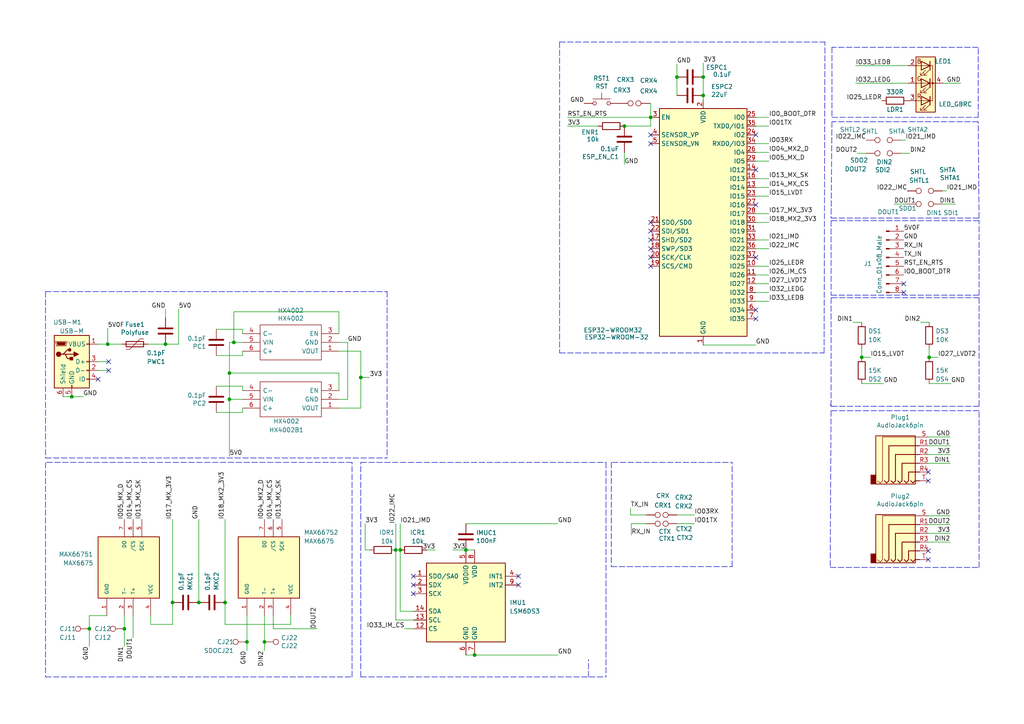
<source format=kicad_sch>
(kicad_sch (version 20211123) (generator eeschema)
  (paper "A4")
  (title_block (title "Smart Device LDAD NANO - Developer Board") (rev "5.3") (company "AeonLabs") (comment 1 "License Creative Commons 2022"))
  (lib_symbols
    (symbol "AudioJack6pin_1"
      (property "Reference" "J" (at -4.1148 11.7348 0))
      (property "Value" "AudioJack6pin_1" (at -4.1148 9.1948 0))
      (symbol "AudioJack6pin_1_0_1"
        (rectangle (start -10.2616 -4.7244) (end -11.5316 -7.2644) (stroke (width 0.254)) (fill (type outline)))
        (polyline (pts (xy 0 -6.35) (xy 0.635 -6.985) (xy 1.27 -6.35) (xy 2.54 -6.35)) (stroke (width 0.254)))
        (polyline (pts (xy -5.715 -6.35) (xy -5.08 -6.985) (xy -4.445 -6.35) (xy -4.445 1.27) (xy 2.54 1.27)) (stroke (width 0.254)))
        (polyline (pts (xy -1.905 -6.35) (xy -1.27 -6.985) (xy -0.635 -6.35) (xy -0.635 -3.81) (xy 2.54 -3.81)) (stroke (width 0.254)))
        (polyline (pts (xy 2.54 -1.27) (xy -2.54 -1.27) (xy -2.54 -6.35) (xy -3.175 -6.985) (xy -3.81 -6.35)) (stroke (width 0.254)))
        (polyline (pts (xy 2.54 3.81) (xy -6.35 3.81) (xy -6.35 -6.35) (xy -6.985 -6.985) (xy -7.62 -6.35)) (stroke (width 0.254)))
        (polyline (pts (xy 2.54 6.35) (xy -8.1788 6.35) (xy -8.2042 -6.35) (xy -8.8138 -7.0612) (xy -9.6266 -6.4008)))
        (rectangle (start 1.2954 6.6802) (end -10.1346 -7.2898) (stroke (width 0.254)) (fill (type background)))
      )
      (symbol "AudioJack6pin_1_1_1"
        (pin passive line (at 5.08 3.81 180) (length 2.54) (name "~") (number "R1"))
        (pin passive line (at 5.08 1.27 180) (length 2.54) (name "~") (number "R2"))
        (pin passive line (at 5.08 -1.27 180) (length 2.54) (name "~") (number "R3"))
        (pin passive line (at 5.08 -3.81 180) (length 2.54) (name "~") (number "R4"))
        (pin passive line (at 5.08 6.35 180) (length 2.54) (name "~") (number "S"))
        (pin passive line (at 5.08 -6.35 180) (length 2.54) (name "~") (number "T"))
      )
    )
    (symbol "AudioJack6pin_2"
      (property "Reference" "J" (at -4.1148 11.7348 0))
      (property "Value" "AudioJack6pin_2" (at -4.1148 9.1948 0))
      (symbol "AudioJack6pin_2_0_1"
        (rectangle (start -10.2616 -4.7244) (end -11.5316 -7.2644) (stroke (width 0.254)) (fill (type outline)))
        (polyline (pts (xy 0 -6.35) (xy 0.635 -6.985) (xy 1.27 -6.35) (xy 2.54 -6.35)) (stroke (width 0.254)))
        (polyline (pts (xy -5.715 -6.35) (xy -5.08 -6.985) (xy -4.445 -6.35) (xy -4.445 1.27) (xy 2.54 1.27)) (stroke (width 0.254)))
        (polyline (pts (xy -1.905 -6.35) (xy -1.27 -6.985) (xy -0.635 -6.35) (xy -0.635 -3.81) (xy 2.54 -3.81)) (stroke (width 0.254)))
        (polyline (pts (xy 2.54 -1.27) (xy -2.54 -1.27) (xy -2.54 -6.35) (xy -3.175 -6.985) (xy -3.81 -6.35)) (stroke (width 0.254)))
        (polyline (pts (xy 2.54 3.81) (xy -6.35 3.81) (xy -6.35 -6.35) (xy -6.985 -6.985) (xy -7.62 -6.35)) (stroke (width 0.254)))
        (polyline (pts (xy 2.54 6.35) (xy -8.1788 6.35) (xy -8.2042 -6.35) (xy -8.8138 -7.0612) (xy -9.6266 -6.4008)))
        (rectangle (start 1.2954 6.6802) (end -10.1346 -7.2898) (stroke (width 0.254)) (fill (type background)))
      )
      (symbol "AudioJack6pin_2_1_1"
        (pin passive line (at 5.08 3.81 180) (length 2.54) (name "~") (number "R1"))
        (pin passive line (at 5.08 1.27 180) (length 2.54) (name "~") (number "R2"))
        (pin passive line (at 5.08 -1.27 180) (length 2.54) (name "~") (number "R3"))
        (pin passive line (at 5.08 -3.81 180) (length 2.54) (name "~") (number "R4"))
        (pin passive line (at 5.08 6.35 180) (length 2.54) (name "~") (number "S"))
        (pin passive line (at 5.08 -6.35 180) (length 2.54) (name "~") (number "T"))
      )
    )
    (symbol "Connector:Conn_01x08_Male" (pin_names (offset 1.016) hide)
      (property "Reference" "J" (at 0 10.16 0))
      (property "Value" "Conn_01x08_Male" (at 0 -12.7 0))
      (symbol "Conn_01x08_Male_1_1"
        (polyline (pts (xy 1.27 -10.16) (xy 0.8636 -10.16)) (stroke (width 0.1524)))
        (polyline (pts (xy 1.27 -7.62) (xy 0.8636 -7.62)) (stroke (width 0.1524)))
        (polyline (pts (xy 1.27 -5.08) (xy 0.8636 -5.08)) (stroke (width 0.1524)))
        (polyline (pts (xy 1.27 -2.54) (xy 0.8636 -2.54)) (stroke (width 0.1524)))
        (polyline (pts (xy 1.27 0) (xy 0.8636 0)) (stroke (width 0.1524)))
        (polyline (pts (xy 1.27 2.54) (xy 0.8636 2.54)) (stroke (width 0.1524)))
        (polyline (pts (xy 1.27 5.08) (xy 0.8636 5.08)) (stroke (width 0.1524)))
        (polyline (pts (xy 1.27 7.62) (xy 0.8636 7.62)) (stroke (width 0.1524)))
        (rectangle (start 0.8636 -10.033) (end 0 -10.287) (stroke (width 0.1524)) (fill (type outline)))
        (rectangle (start 0.8636 -7.493) (end 0 -7.747) (stroke (width 0.1524)) (fill (type outline)))
        (rectangle (start 0.8636 -4.953) (end 0 -5.207) (stroke (width 0.1524)) (fill (type outline)))
        (rectangle (start 0.8636 -2.413) (end 0 -2.667) (stroke (width 0.1524)) (fill (type outline)))
        (rectangle (start 0.8636 0.127) (end 0 -0.127) (stroke (width 0.1524)) (fill (type outline)))
        (rectangle (start 0.8636 2.667) (end 0 2.413) (stroke (width 0.1524)) (fill (type outline)))
        (rectangle (start 0.8636 5.207) (end 0 4.953) (stroke (width 0.1524)) (fill (type outline)))
        (rectangle (start 0.8636 7.747) (end 0 7.493) (stroke (width 0.1524)) (fill (type outline)))
        (pin passive line (at 5.08 7.62 180) (length 3.81) (name "Pin_1") (number "1"))
        (pin passive line (at 5.08 5.08 180) (length 3.81) (name "Pin_2") (number "2"))
        (pin passive line (at 5.08 2.54 180) (length 3.81) (name "Pin_3") (number "3"))
        (pin passive line (at 5.08 0 180) (length 3.81) (name "Pin_4") (number "4"))
        (pin passive line (at 5.08 -2.54 180) (length 3.81) (name "Pin_5") (number "5"))
        (pin passive line (at 5.08 -5.08 180) (length 3.81) (name "Pin_6") (number "6"))
        (pin passive line (at 5.08 -7.62 180) (length 3.81) (name "Pin_7") (number "7"))
        (pin passive line (at 5.08 -10.16 180) (length 3.81) (name "Pin_8") (number "8"))
      )
    )
    (symbol "Connector:TestPoint" (pin_numbers hide) (pin_names (offset 0.762) hide)
      (property "Reference" "TP" (at 0 6.858 0))
      (property "Value" "TestPoint" (at 0 5.08 0))
      (symbol "TestPoint_0_1"
        (circle (center 0 3.302) (radius 0.762))
      )
      (symbol "TestPoint_1_1"
        (pin passive line (at 0 0 90) (length 2.54) (name "1") (number "1"))
      )
    )
    (symbol "Connector:USB_B_Micro" (pin_names (offset 1.016))
      (property "Reference" "J" (at -5.08 11.43 0))
      (property "Value" "USB_B_Micro" (at -5.08 8.89 0))
      (symbol "USB_B_Micro_0_1"
        (rectangle (start -5.08 -7.62) (end 5.08 7.62) (stroke (width 0.254)) (fill (type background)))
        (circle (center -3.81 2.159) (radius 0.635) (stroke (width 0.254)) (fill (type outline)))
        (circle (center -0.635 3.429) (radius 0.381) (stroke (width 0.254)) (fill (type outline)))
        (rectangle (start -0.127 -7.62) (end 0.127 -6.858))
        (polyline (pts (xy -1.905 2.159) (xy 0.635 2.159)) (stroke (width 0.254)))
        (polyline (pts (xy -3.175 2.159) (xy -2.54 2.159) (xy -1.27 3.429) (xy -0.635 3.429)) (stroke (width 0.254)))
        (polyline (pts (xy -2.54 2.159) (xy -1.905 2.159) (xy -1.27 0.889) (xy 0 0.889)) (stroke (width 0.254)))
        (polyline (pts (xy 0.635 2.794) (xy 0.635 1.524) (xy 1.905 2.159) (xy 0.635 2.794)) (stroke (width 0.254)) (fill (type outline)))
        (polyline (pts (xy -4.318 5.588) (xy -1.778 5.588) (xy -2.032 4.826) (xy -4.064 4.826) (xy -4.318 5.588)) (fill (type outline)))
        (polyline (pts (xy -4.699 5.842) (xy -4.699 5.588) (xy -4.445 4.826) (xy -4.445 4.572) (xy -1.651 4.572) (xy -1.651 4.826) (xy -1.397 5.588) (xy -1.397 5.842) (xy -4.699 5.842)))
        (rectangle (start 0.254 1.27) (end -0.508 0.508) (stroke (width 0.254)) (fill (type outline)))
        (rectangle (start 5.08 -5.207) (end 4.318 -4.953))
        (rectangle (start 5.08 -2.667) (end 4.318 -2.413))
        (rectangle (start 5.08 -0.127) (end 4.318 0.127))
        (rectangle (start 5.08 4.953) (end 4.318 5.207))
      )
      (symbol "USB_B_Micro_1_1"
        (pin power_out line (at 7.62 5.08 180) (length 2.54) (name "VBUS") (number "1"))
        (pin bidirectional line (at 7.62 -2.54 180) (length 2.54) (name "D-") (number "2"))
        (pin bidirectional line (at 7.62 0 180) (length 2.54) (name "D+") (number "3"))
        (pin passive line (at 7.62 -5.08 180) (length 2.54) (name "ID") (number "4"))
        (pin power_out line (at 0 -10.16 90) (length 2.54) (name "GND") (number "5"))
        (pin passive line (at -2.54 -10.16 90) (length 2.54) (name "Shield") (number "6"))
      )
    )
    (symbol "Device:C" (pin_numbers hide) (pin_names (offset 0.254))
      (property "Reference" "C" (at 0.635 2.54 0))
      (property "Value" "C" (at 0.635 -2.54 0))
      (symbol "C_0_1"
        (polyline (pts (xy -2.032 -0.762) (xy 2.032 -0.762)) (stroke (width 0.508)))
        (polyline (pts (xy -2.032 0.762) (xy 2.032 0.762)) (stroke (width 0.508)))
      )
      (symbol "C_1_1"
        (pin passive line (at 0 3.81 270) (length 2.794) (name "~") (number "1"))
        (pin passive line (at 0 -3.81 90) (length 2.794) (name "~") (number "2"))
      )
    )
    (symbol "Device:Polyfuse" (pin_numbers hide) (pin_names (offset 0))
      (property "Reference" "F" (at -2.54 0 90))
      (property "Value" "Polyfuse" (at 2.54 0 90))
      (symbol "Polyfuse_0_1"
        (rectangle (start -0.762 2.54) (end 0.762 -2.54) (stroke (width 0.254)))
        (polyline (pts (xy 0 2.54) (xy 0 -2.54)))
        (polyline (pts (xy -1.524 2.54) (xy -1.524 1.524) (xy 1.524 -1.524) (xy 1.524 -2.54)))
      )
      (symbol "Polyfuse_1_1"
        (pin passive line (at 0 3.81 270) (length 1.27) (name "~") (number "1"))
        (pin passive line (at 0 -3.81 90) (length 1.27) (name "~") (number "2"))
      )
    )
    (symbol "Device:R" (pin_numbers hide) (pin_names (offset 0))
      (property "Reference" "R" (at 2.032 0 90))
      (property "Value" "R" (at 0 0 90))
      (symbol "R_0_1"
        (rectangle (start -1.016 -2.54) (end 1.016 2.54) (stroke (width 0.254)))
      )
      (symbol "R_1_1"
        (pin passive line (at 0 3.81 270) (length 1.27) (name "~") (number "1"))
        (pin passive line (at 0 -3.81 90) (length 1.27) (name "~") (number "2"))
      )
    )
    (symbol "HX4002_1" (pin_names (offset 0.762))
      (property "Reference" "IC" (at 24.13 7.62 0))
      (property "Value" "HX4002_1" (at 24.13 5.08 0))
      (symbol "HX4002_1_0_0"
        (pin passive line (at 0 0 0) (length 5.08) (name "VOUT") (number "1"))
        (pin passive line (at 0 -2.54 0) (length 5.08) (name "GND") (number "2"))
        (pin passive line (at 0 -5.08 0) (length 5.08) (name "EN") (number "3"))
        (pin passive line (at 27.94 -5.08 180) (length 5.08) (name "C-") (number "4"))
        (pin passive line (at 27.94 -2.54 180) (length 5.08) (name "VIN") (number "5"))
        (pin passive line (at 27.94 0 180) (length 5.08) (name "C+") (number "6"))
      )
      (symbol "HX4002_1_0_1"
        (polyline (pts (xy 5.08 2.54) (xy 22.86 2.54) (xy 22.86 -7.62) (xy 5.08 -7.62) (xy 5.08 2.54)) (stroke (width 0.1524)))
      )
    )
    (symbol "HX4002_2" (pin_names (offset 0.762))
      (property "Reference" "IC" (at 24.13 7.62 0))
      (property "Value" "HX4002_2" (at 24.13 5.08 0))
      (symbol "HX4002_2_0_0"
        (pin passive line (at 0 0 0) (length 5.08) (name "VOUT") (number "1"))
        (pin passive line (at 0 -2.54 0) (length 5.08) (name "GND") (number "2"))
        (pin passive line (at 0 -5.08 0) (length 5.08) (name "EN") (number "3"))
        (pin passive line (at 27.94 -5.08 180) (length 5.08) (name "C-") (number "4"))
        (pin passive line (at 27.94 -2.54 180) (length 5.08) (name "VIN") (number "5"))
        (pin passive line (at 27.94 0 180) (length 5.08) (name "C+") (number "6"))
      )
      (symbol "HX4002_2_0_1"
        (polyline (pts (xy 5.08 2.54) (xy 22.86 2.54) (xy 22.86 -7.62) (xy 5.08 -7.62) (xy 5.08 2.54)) (stroke (width 0.1524)))
      )
    )
    (symbol "LED_GBRC_1" (pin_names (offset 0) hide)
      (property "Reference" "D" (at 0 9.398 0))
      (property "Value" "LED_GBRC_1" (at 0 -8.89 0))
      (symbol "LED_GBRC_1_0_0"
        (text "B" (at 1.905 -6.35 0) (effects (font (size 1.27 1.27))))
        (text "G" (at 1.905 -1.27 0) (effects (font (size 1.27 1.27))))
        (text "R" (at 1.905 3.81 0) (effects (font (size 1.27 1.27))))
      )
      (symbol "LED_GBRC_1_0_1"
        (circle (center -2.032 0) (radius 0.254) (fill (type outline)))
        (polyline (pts (xy -1.27 -5.08) (xy 1.27 -5.08)))
        (polyline (pts (xy -1.27 -3.81) (xy -1.27 -6.35)) (stroke (width 0.254)))
        (polyline (pts (xy -1.27 0) (xy -2.54 0)))
        (polyline (pts (xy -1.27 1.27) (xy -1.27 -1.27)) (stroke (width 0.254)))
        (polyline (pts (xy -1.27 5.08) (xy 1.27 5.08)))
        (polyline (pts (xy -1.27 6.35) (xy -1.27 3.81)) (stroke (width 0.254)))
        (polyline (pts (xy 1.27 -5.08) (xy 2.54 -5.08)))
        (polyline (pts (xy 1.27 0) (xy -1.27 0)))
        (polyline (pts (xy 1.27 0) (xy 2.54 0)))
        (polyline (pts (xy 1.27 5.08) (xy 2.54 5.08)))
        (polyline (pts (xy -1.27 1.27) (xy -1.27 -1.27) (xy -1.27 -1.27)))
        (polyline (pts (xy -1.27 6.35) (xy -1.27 3.81) (xy -1.27 3.81)))
        (polyline (pts (xy -1.27 5.08) (xy -2.032 5.08) (xy -2.032 -5.08) (xy -1.016 -5.08)))
        (polyline (pts (xy 1.27 -3.81) (xy 1.27 -6.35) (xy -1.27 -5.08) (xy 1.27 -3.81)) (stroke (width 0.254)))
        (polyline (pts (xy 1.27 1.27) (xy 1.27 -1.27) (xy -1.27 0) (xy 1.27 1.27)) (stroke (width 0.254)))
        (polyline (pts (xy 1.27 6.35) (xy 1.27 3.81) (xy -1.27 5.08) (xy 1.27 6.35)) (stroke (width 0.254)))
        (polyline (pts (xy -1.016 -3.81) (xy 0.508 -2.286) (xy -0.254 -2.286) (xy 0.508 -2.286) (xy 0.508 -3.048)))
        (polyline (pts (xy -1.016 1.27) (xy 0.508 2.794) (xy -0.254 2.794) (xy 0.508 2.794) (xy 0.508 2.032)))
        (polyline (pts (xy -1.016 6.35) (xy 0.508 7.874) (xy -0.254 7.874) (xy 0.508 7.874) (xy 0.508 7.112)))
        (polyline (pts (xy 0 -3.81) (xy 1.524 -2.286) (xy 0.762 -2.286) (xy 1.524 -2.286) (xy 1.524 -3.048)))
        (polyline (pts (xy 0 1.27) (xy 1.524 2.794) (xy 0.762 2.794) (xy 1.524 2.794) (xy 1.524 2.032)))
        (polyline (pts (xy 0 6.35) (xy 1.524 7.874) (xy 0.762 7.874) (xy 1.524 7.874) (xy 1.524 7.112)))
        (rectangle (start 1.27 -1.27) (end 1.27 1.27))
        (rectangle (start 1.27 1.27) (end 1.27 1.27))
        (rectangle (start 1.27 3.81) (end 1.27 6.35))
        (rectangle (start 1.27 6.35) (end 1.27 6.35))
        (rectangle (start 2.794 8.382) (end -2.794 -7.62) (stroke (width 0.254)) (fill (type background)))
      )
      (symbol "LED_GBRC_1_1_1"
        (pin passive line (at 5.08 0 180) (length 2.54) (name "GA") (number "1"))
        (pin passive line (at 5.08 -5.08 180) (length 2.54) (name "BA") (number "2"))
        (pin passive line (at 5.08 5.08 180) (length 2.54) (name "RA") (number "3"))
        (pin passive line (at -5.08 0 0) (length 2.54) (name "K") (number "4"))
      )
    )
    (symbol "MAX6675:MAX6675" (pin_names (offset 1.016))
      (property "Reference" "IC" (at 10.16 7.62 0))
      (property "Value" "MAX6675_MAX6675" (at -7.62 -15.24 0))
      (symbol "MAX6675_0_0"
        (rectangle (start -7.62 -12.7) (end 10.16 5.08) (stroke (width 0.254)) (fill (type background)))
        (pin power_in line (at -12.7 2.54 0) (length 5.08) (name "GND") (number "1"))
        (pin input line (at -12.7 -2.54 0) (length 5.08) (name "T-") (number "2"))
        (pin input line (at -12.7 -5.08 0) (length 5.08) (name "T+") (number "3"))
        (pin power_in line (at -12.7 -10.16 0) (length 5.08) (name "VCC") (number "4"))
        (pin input line (at 15.24 -7.62 180) (length 5.08) (name "SCK") (number "5"))
        (pin input line (at 15.24 -5.08 180) (length 5.08) (name "/CS") (number "6"))
        (pin output line (at 15.24 -2.54 180) (length 5.08) (name "DO") (number "7"))
      )
    )
    (symbol "RF_Module:ESP32-WROOM-32"
      (property "Reference" "U" (at -12.7 34.29 0))
      (property "Value" "ESP32-WROOM-32" (at 1.27 34.29 0))
      (symbol "ESP32-WROOM-32_0_1"
        (rectangle (start -12.7 33.02) (end 12.7 -33.02) (stroke (width 0.254)) (fill (type background)))
      )
      (symbol "ESP32-WROOM-32_1_1"
        (pin power_in line (at 0 -35.56 90) (length 2.54) (name "GND") (number "1"))
        (pin bidirectional line (at 15.24 -12.7 180) (length 2.54) (name "IO25") (number "10"))
        (pin bidirectional line (at 15.24 -15.24 180) (length 2.54) (name "IO26") (number "11"))
        (pin bidirectional line (at 15.24 -17.78 180) (length 2.54) (name "IO27") (number "12"))
        (pin bidirectional line (at 15.24 10.16 180) (length 2.54) (name "IO14") (number "13"))
        (pin bidirectional line (at 15.24 15.24 180) (length 2.54) (name "IO12") (number "14"))
        (pin passive line (at 0 -35.56 90) (length 2.54) hide (name "GND") (number "15"))
        (pin bidirectional line (at 15.24 12.7 180) (length 2.54) (name "IO13") (number "16"))
        (pin bidirectional line (at -15.24 -5.08 0) (length 2.54) (name "SHD/SD2") (number "17"))
        (pin bidirectional line (at -15.24 -7.62 0) (length 2.54) (name "SWP/SD3") (number "18"))
        (pin bidirectional line (at -15.24 -12.7 0) (length 2.54) (name "SCS/CMD") (number "19"))
        (pin power_in line (at 0 35.56 270) (length 2.54) (name "VDD") (number "2"))
        (pin bidirectional line (at -15.24 -10.16 0) (length 2.54) (name "SCK/CLK") (number "20"))
        (pin bidirectional line (at -15.24 0 0) (length 2.54) (name "SDO/SD0") (number "21"))
        (pin bidirectional line (at -15.24 -2.54 0) (length 2.54) (name "SDI/SD1") (number "22"))
        (pin bidirectional line (at 15.24 7.62 180) (length 2.54) (name "IO15") (number "23"))
        (pin bidirectional line (at 15.24 25.4 180) (length 2.54) (name "IO2") (number "24"))
        (pin bidirectional line (at 15.24 30.48 180) (length 2.54) (name "IO0") (number "25"))
        (pin bidirectional line (at 15.24 20.32 180) (length 2.54) (name "IO4") (number "26"))
        (pin bidirectional line (at 15.24 5.08 180) (length 2.54) (name "IO16") (number "27"))
        (pin bidirectional line (at 15.24 2.54 180) (length 2.54) (name "IO17") (number "28"))
        (pin bidirectional line (at 15.24 17.78 180) (length 2.54) (name "IO5") (number "29"))
        (pin input line (at -15.24 30.48 0) (length 2.54) (name "EN") (number "3"))
        (pin bidirectional line (at 15.24 0 180) (length 2.54) (name "IO18") (number "30"))
        (pin bidirectional line (at 15.24 -2.54 180) (length 2.54) (name "IO19") (number "31"))
        (pin no_connect line (at -12.7 -27.94 0) (length 2.54) hide (name "NC") (number "32"))
        (pin bidirectional line (at 15.24 -5.08 180) (length 2.54) (name "IO21") (number "33"))
        (pin bidirectional line (at 15.24 22.86 180) (length 2.54) (name "RXD0/IO3") (number "34"))
        (pin bidirectional line (at 15.24 27.94 180) (length 2.54) (name "TXD0/IO1") (number "35"))
        (pin bidirectional line (at 15.24 -7.62 180) (length 2.54) (name "IO22") (number "36"))
        (pin bidirectional line (at 15.24 -10.16 180) (length 2.54) (name "IO23") (number "37"))
        (pin passive line (at 0 -35.56 90) (length 2.54) hide (name "GND") (number "38"))
        (pin passive line (at 0 -35.56 90) (length 2.54) hide (name "GND") (number "39"))
        (pin input line (at -15.24 25.4 0) (length 2.54) (name "SENSOR_VP") (number "4"))
        (pin input line (at -15.24 22.86 0) (length 2.54) (name "SENSOR_VN") (number "5"))
        (pin input line (at 15.24 -25.4 180) (length 2.54) (name "IO34") (number "6"))
        (pin input line (at 15.24 -27.94 180) (length 2.54) (name "IO35") (number "7"))
        (pin bidirectional line (at 15.24 -20.32 180) (length 2.54) (name "IO32") (number "8"))
        (pin bidirectional line (at 15.24 -22.86 180) (length 2.54) (name "IO33") (number "9"))
      )
    )
    (symbol "Sensor_Motion:LSM6DS3"
      (property "Reference" "U" (at -11.43 15.24 0))
      (property "Value" "LSM6DS3" (at -11.43 12.7 0))
      (symbol "LSM6DS3_0_1"
        (rectangle (start 11.43 11.43) (end -11.43 -11.43) (stroke (width 0.254)) (fill (type background)))
      )
      (symbol "LSM6DS3_1_1"
        (pin bidirectional line (at -15.24 7.62 0) (length 3.81) (name "SDO/SA0") (number "1"))
        (pin no_connect line (at 10.16 -5.08 180) (length 3.81) hide (name "NC") (number "10"))
        (pin no_connect line (at 10.16 -2.54 180) (length 3.81) hide (name "NC") (number "11"))
        (pin input line (at -15.24 -7.62 0) (length 3.81) (name "CS") (number "12"))
        (pin input line (at -15.24 -5.08 0) (length 3.81) (name "SCL") (number "13"))
        (pin bidirectional line (at -15.24 -2.54 0) (length 3.81) (name "SDA") (number "14"))
        (pin bidirectional line (at -15.24 5.08 0) (length 3.81) (name "SDX") (number "2"))
        (pin input line (at -15.24 2.54 0) (length 3.81) (name "SCX") (number "3"))
        (pin output line (at 15.24 7.62 180) (length 3.81) (name "INT1") (number "4"))
        (pin power_in line (at 0 15.24 270) (length 3.81) (name "VDDIO") (number "5"))
        (pin power_in line (at 0 -15.24 90) (length 3.81) (name "GND") (number "6"))
        (pin power_in line (at 2.54 -15.24 90) (length 3.81) (name "GND") (number "7"))
        (pin power_in line (at 2.54 15.24 270) (length 3.81) (name "VDD") (number "8"))
        (pin output line (at 15.24 5.08 180) (length 3.81) (name "INT2") (number "9"))
      )
    )
    (symbol "Switch:SW_Push" (pin_numbers hide) (pin_names (offset 1.016) hide)
      (property "Reference" "SW" (at 1.27 2.54 0))
      (property "Value" "SW_Push" (at 0 -1.524 0))
      (symbol "SW_Push_0_1"
        (circle (center -2.032 0) (radius 0.508))
        (polyline (pts (xy 0 1.27) (xy 0 3.048)))
        (polyline (pts (xy 2.54 1.27) (xy -2.54 1.27)))
        (circle (center 2.032 0) (radius 0.508))
        (pin passive line (at -5.08 0 0) (length 2.54) (name "1") (number "1"))
        (pin passive line (at 5.08 0 180) (length 2.54) (name "2") (number "2"))
      )
    )
  )
  (junction (at 114.808 159.512))
  (junction (at 36.068 182.372))
  (junction (at 104.648 109.474))
  (junction (at 20.828 115.062))
  (junction (at 203.962 22.352))
  (junction (at 116.078 159.512))
  (junction (at 66.548 108.204))
  (junction (at 25.908 182.372))
  (junction (at 188.722 34.036))
  (junction (at 67.818 99.314))
  (junction (at 249.936 103.632))
  (junction (at 181.102 36.576))
  (junction (at 196.342 22.352))
  (junction (at 269.494 103.632))
  (junction (at 50.038 174.752))
  (junction (at 203.962 27.686))
  (junction (at 71.628 186.182))
  (junction (at 31.242 99.822))
  (junction (at 66.548 115.824))
  (junction (at 57.658 174.752))
  (junction (at 135.128 159.512))
  (junction (at 137.668 189.992))
  (junction (at 65.278 174.752))
  (junction (at 76.708 186.182))
  (junction (at 48.006 99.822))
  (no_connect (at 188.722 64.516))
  (no_connect (at 188.722 77.216))
  (no_connect (at 119.888 167.132))
  (no_connect (at 219.202 39.116))
  (no_connect (at 188.722 72.136))
  (no_connect (at 269.24 139.446))
  (no_connect (at 269.24 162.306))
  (no_connect (at 269.24 136.906))
  (no_connect (at 188.722 74.676))
  (no_connect (at 219.202 74.676))
  (no_connect (at 262.128 82.296))
  (no_connect (at 262.128 84.836))
  (no_connect (at 188.722 69.596))
  (no_connect (at 150.368 167.132))
  (no_connect (at 269.24 159.766))
  (no_connect (at 119.888 172.212))
  (no_connect (at 119.888 169.672))
  (no_connect (at 219.202 92.456))
  (no_connect (at 219.202 89.916))
  (no_connect (at 31.496 104.902))
  (no_connect (at 31.496 107.442))
  (no_connect (at 188.722 67.056))
  (no_connect (at 188.722 41.656))
  (no_connect (at 188.722 39.116))
  (no_connect (at 28.448 109.982))
  (no_connect (at 219.202 59.436))
  (no_connect (at 150.368 169.672))
  (no_connect (at 219.202 49.276))
  (wire (pts (xy 70.358 112.014) (xy 62.738 112.014)))
  (polyline (pts (xy 162.306 12.192) (xy 239.268 12.192)))
  (wire (pts (xy 196.342 151.892) (xy 201.422 151.892)))
  (wire (pts (xy 48.006 92.202) (xy 48.006 89.662)))
  (wire (pts (xy 269.24 154.686) (xy 275.59 154.686)))
  (wire (pts (xy 65.278 150.622) (xy 65.278 174.752)))
  (wire (pts (xy 135.128 159.512) (xy 131.318 159.512)))
  (wire (pts (xy 100.838 99.314) (xy 100.838 115.824)))
  (polyline (pts (xy 177.292 134.112) (xy 177.292 164.338)))
  (wire (pts (xy 203.962 27.686) (xy 203.962 28.956)))
  (wire (pts (xy 263.906 44.45) (xy 261.366 44.45)))
  (wire (pts (xy 104.648 109.474) (xy 104.648 118.364)))
  (polyline (pts (xy 241.3 13.716) (xy 241.3 34.036)))
  (wire (pts (xy 269.24 131.826) (xy 275.59 131.826)))
  (polyline (pts (xy 241.046 85.598) (xy 283.972 85.598)))
  (wire (pts (xy 30.988 178.562) (xy 25.908 178.562)))
  (wire (pts (xy 269.24 126.746) (xy 275.59 126.746)))
  (polyline (pts (xy 177.546 134.112) (xy 212.344 134.112)))
  (wire (pts (xy 20.828 115.062) (xy 24.13 115.062)))
  (wire (pts (xy 107.188 109.474) (xy 104.648 109.474)))
  (polyline (pts (xy 170.688 196.342) (xy 170.688 191.262)))
  (wire (pts (xy 263.398 19.05) (xy 248.158 19.05)))
  (wire (pts (xy 269.24 149.606) (xy 275.59 149.606)))
  (wire (pts (xy 76.708 178.562) (xy 76.708 186.182)))
  (wire (pts (xy 100.838 115.824) (xy 98.298 115.824)))
  (polyline (pts (xy 240.792 164.592) (xy 283.972 164.592)))
  (wire (pts (xy 219.202 87.376) (xy 223.012 87.376)))
  (wire (pts (xy 248.158 24.13) (xy 263.398 24.13)))
  (polyline (pts (xy 177.292 164.338) (xy 212.344 164.338)))
  (wire (pts (xy 57.658 150.622) (xy 57.658 174.752)))
  (wire (pts (xy 70.358 118.364) (xy 70.358 119.634)))
  (wire (pts (xy 31.496 104.902) (xy 28.448 104.902)))
  (polyline (pts (xy 13.208 134.112) (xy 13.208 196.342)))
  (wire (pts (xy 43.688 181.102) (xy 43.688 178.562)))
  (wire (pts (xy 182.88 149.352) (xy 187.452 149.352)))
  (wire (pts (xy 31.496 107.442) (xy 28.448 107.442)))
  (wire (pts (xy 66.548 115.824) (xy 66.548 108.204)))
  (wire (pts (xy 203.962 22.352) (xy 203.962 27.686)))
  (wire (pts (xy 84.328 181.102) (xy 84.328 178.562)))
  (wire (pts (xy 71.628 178.562) (xy 71.628 186.182)))
  (wire (pts (xy 219.202 77.216) (xy 223.012 77.216)))
  (polyline (pts (xy 283.972 63.246) (xy 283.718 35.306)))
  (polyline (pts (xy 283.718 34.036) (xy 283.718 13.716)))
  (wire (pts (xy 35.306 99.822) (xy 31.242 99.822)))
  (wire (pts (xy 25.908 182.372) (xy 25.908 187.452)))
  (wire (pts (xy 248.666 44.45) (xy 251.206 44.45)))
  (wire (pts (xy 66.548 115.824) (xy 66.548 132.334)))
  (wire (pts (xy 219.202 79.756) (xy 223.012 79.756)))
  (polyline (pts (xy 241.046 64.008) (xy 241.046 85.598)))
  (wire (pts (xy 135.128 151.892) (xy 161.798 151.892)))
  (wire (pts (xy 269.494 103.632) (xy 272.034 103.632)))
  (wire (pts (xy 71.628 186.182) (xy 71.628 188.722)))
  (polyline (pts (xy 283.972 64.008) (xy 241.046 64.008)))
  (wire (pts (xy 51.816 89.662) (xy 51.816 99.822)))
  (wire (pts (xy 196.342 22.352) (xy 196.342 27.686)))
  (wire (pts (xy 249.936 93.472) (xy 247.396 93.472)))
  (wire (pts (xy 43.688 181.102) (xy 50.038 181.102)))
  (wire (pts (xy 269.24 134.366) (xy 275.59 134.366)))
  (wire (pts (xy 36.068 182.372) (xy 36.068 187.452)))
  (wire (pts (xy 188.722 29.972) (xy 188.468 29.972)))
  (wire (pts (xy 105.918 151.892) (xy 105.918 159.512)))
  (wire (pts (xy 67.818 99.314) (xy 70.358 99.314)))
  (polyline (pts (xy 283.972 86.36) (xy 241.046 86.36)))
  (wire (pts (xy 188.722 34.036) (xy 188.722 29.972)))
  (polyline (pts (xy 241.046 86.36) (xy 241.046 117.856)))
  (polyline (pts (xy 283.972 119.126) (xy 241.046 119.126)))
  (wire (pts (xy 273.304 59.182) (xy 277.114 59.182)))
  (polyline (pts (xy 102.108 196.342) (xy 102.108 134.112)))
  (wire (pts (xy 203.962 18.288) (xy 203.962 22.352)))
  (polyline (pts (xy 241.3 35.306) (xy 241.046 63.246)))
  (wire (pts (xy 219.202 41.656) (xy 223.012 41.656)))
  (wire (pts (xy 79.248 182.372) (xy 91.948 182.372)))
  (polyline (pts (xy 240.792 117.348) (xy 241.046 117.856)))
  (wire (pts (xy 219.202 46.736) (xy 223.012 46.736)))
  (wire (pts (xy 269.24 157.226) (xy 275.59 157.226)))
  (wire (pts (xy 116.078 159.512) (xy 116.078 151.892)))
  (wire (pts (xy 183.134 151.892) (xy 187.452 151.892)))
  (wire (pts (xy 183.134 151.892) (xy 183.134 155.194)))
  (wire (pts (xy 98.298 108.204) (xy 98.298 113.284)))
  (wire (pts (xy 66.548 99.314) (xy 67.818 99.314)))
  (polyline (pts (xy 283.718 35.306) (xy 241.3 35.306)))
  (wire (pts (xy 219.202 54.356) (xy 223.012 54.356)))
  (wire (pts (xy 196.342 149.352) (xy 201.422 149.352)))
  (wire (pts (xy 181.102 44.196) (xy 181.102 47.752)))
  (wire (pts (xy 48.006 99.822) (xy 51.816 99.822)))
  (wire (pts (xy 31.242 95.25) (xy 31.242 99.822)))
  (wire (pts (xy 104.648 101.854) (xy 104.648 109.474)))
  (wire (pts (xy 269.24 152.146) (xy 275.59 152.146)))
  (polyline (pts (xy 283.718 13.716) (xy 241.3 13.716)))
  (polyline (pts (xy 241.046 63.246) (xy 283.972 63.246)))
  (wire (pts (xy 105.918 159.512) (xy 107.188 159.512)))
  (polyline (pts (xy 283.972 85.598) (xy 283.972 64.008)))
  (wire (pts (xy 119.888 177.292) (xy 116.078 177.292)))
  (wire (pts (xy 137.668 189.992) (xy 135.128 189.992)))
  (wire (pts (xy 261.366 40.64) (xy 262.636 40.64)))
  (wire (pts (xy 164.592 34.036) (xy 188.722 34.036)))
  (wire (pts (xy 119.888 179.832) (xy 114.808 179.832)))
  (wire (pts (xy 249.936 101.092) (xy 249.936 103.632)))
  (wire (pts (xy 123.698 159.512) (xy 126.238 159.512)))
  (wire (pts (xy 219.202 56.896) (xy 223.012 56.896)))
  (wire (pts (xy 219.202 84.836) (xy 223.012 84.836)))
  (wire (pts (xy 219.202 72.136) (xy 223.012 72.136)))
  (wire (pts (xy 188.722 34.036) (xy 188.722 36.576)))
  (polyline (pts (xy 104.648 196.342) (xy 104.648 134.112)))
  (polyline (pts (xy 13.208 84.582) (xy 13.208 132.842)))
  (wire (pts (xy 70.358 103.124) (xy 62.738 103.124)))
  (wire (pts (xy 76.708 186.182) (xy 76.708 188.722)))
  (wire (pts (xy 219.202 64.516) (xy 223.012 64.516)))
  (wire (pts (xy 104.648 118.364) (xy 98.298 118.364)))
  (wire (pts (xy 18.288 115.062) (xy 20.828 115.062)))
  (wire (pts (xy 65.278 181.102) (xy 84.328 181.102)))
  (wire (pts (xy 114.808 159.512) (xy 114.808 151.892)))
  (polyline (pts (xy 162.306 12.192) (xy 162.306 102.362)))
  (wire (pts (xy 269.494 93.472) (xy 266.954 93.472)))
  (wire (pts (xy 219.202 34.036) (xy 223.012 34.036)))
  (wire (pts (xy 249.936 103.632) (xy 252.476 103.632)))
  (wire (pts (xy 70.358 101.854) (xy 70.358 103.124)))
  (polyline (pts (xy 13.208 196.342) (xy 102.108 196.342)))
  (wire (pts (xy 182.88 147.32) (xy 182.88 149.352)))
  (wire (pts (xy 273.304 55.372) (xy 274.574 55.372)))
  (wire (pts (xy 116.078 177.292) (xy 116.078 159.512)))
  (polyline (pts (xy 104.648 196.342) (xy 175.768 196.342)))
  (wire (pts (xy 50.038 150.622) (xy 50.038 174.752)))
  (polyline (pts (xy 112.268 84.582) (xy 112.268 132.842)))
  (wire (pts (xy 67.818 99.314) (xy 67.818 90.424)))
  (polyline (pts (xy 283.972 117.856) (xy 240.792 117.856)))
  (wire (pts (xy 66.548 108.204) (xy 98.298 108.204)))
  (wire (pts (xy 269.494 101.092) (xy 269.494 103.632)))
  (polyline (pts (xy 175.768 134.112) (xy 175.768 196.342)))
  (wire (pts (xy 219.202 36.576) (xy 223.012 36.576)))
  (wire (pts (xy 269.494 111.252) (xy 275.844 111.252)))
  (wire (pts (xy 70.358 96.774) (xy 70.358 95.504)))
  (polyline (pts (xy 239.014 102.362) (xy 239.268 12.192)))
  (polyline (pts (xy 241.046 119.126) (xy 240.792 164.592)))
  (wire (pts (xy 65.278 174.752) (xy 65.278 181.102)))
  (polyline (pts (xy 13.208 132.842) (xy 112.268 132.842)))
  (wire (pts (xy 70.358 95.504) (xy 62.738 95.504)))
  (polyline (pts (xy 212.344 164.338) (xy 212.344 134.112)))
  (wire (pts (xy 164.592 36.576) (xy 173.482 36.576)))
  (wire (pts (xy 219.202 51.816) (xy 223.012 51.816)))
  (wire (pts (xy 137.668 159.512) (xy 135.128 159.512)))
  (wire (pts (xy 67.818 90.424) (xy 98.298 90.424)))
  (polyline (pts (xy 241.3 34.036) (xy 283.718 34.036)))
  (wire (pts (xy 70.358 113.284) (xy 70.358 112.014)))
  (wire (pts (xy 219.202 44.196) (xy 223.012 44.196)))
  (polyline (pts (xy 162.306 102.362) (xy 239.014 102.362)))
  (wire (pts (xy 98.298 90.424) (xy 98.298 96.774)))
  (wire (pts (xy 79.248 178.562) (xy 79.248 182.372)))
  (wire (pts (xy 269.24 129.286) (xy 275.59 129.286)))
  (wire (pts (xy 31.242 99.822) (xy 28.448 99.822)))
  (wire (pts (xy 114.808 179.832) (xy 114.808 159.512)))
  (wire (pts (xy 119.888 182.372) (xy 117.348 182.372)))
  (wire (pts (xy 203.962 100.076) (xy 219.202 100.076)))
  (wire (pts (xy 66.548 108.204) (xy 66.548 99.314)))
  (polyline (pts (xy 13.208 84.582) (xy 112.268 84.582)))
  (wire (pts (xy 42.926 99.822) (xy 48.006 99.822)))
  (wire (pts (xy 219.202 82.296) (xy 223.012 82.296)))
  (wire (pts (xy 196.342 18.542) (xy 196.342 22.352)))
  (wire (pts (xy 25.908 178.562) (xy 25.908 182.372)))
  (wire (pts (xy 70.358 115.824) (xy 66.548 115.824)))
  (wire (pts (xy 188.722 36.576) (xy 181.102 36.576)))
  (polyline (pts (xy 102.108 134.112) (xy 13.208 134.112)))
  (wire (pts (xy 70.358 119.634) (xy 62.738 119.634)))
  (wire (pts (xy 263.144 59.182) (xy 259.334 59.182)))
  (wire (pts (xy 219.202 69.596) (xy 223.012 69.596)))
  (wire (pts (xy 36.068 178.562) (xy 36.068 182.372)))
  (wire (pts (xy 219.202 61.976) (xy 223.012 61.976)))
  (wire (pts (xy 249.936 111.252) (xy 256.286 111.252)))
  (polyline (pts (xy 283.972 164.592) (xy 283.972 119.126)))
  (wire (pts (xy 98.298 99.314) (xy 100.838 99.314)))
  (wire (pts (xy 98.298 101.854) (xy 104.648 101.854)))
  (polyline (pts (xy 104.648 134.112) (xy 175.768 134.112)))
  (wire (pts (xy 273.558 24.13) (xy 278.638 24.13)))
  (wire (pts (xy 50.038 174.752) (xy 50.038 181.102)))
  (polyline (pts (xy 283.972 86.36) (xy 283.972 117.856)))
  (wire (pts (xy 38.608 178.562) (xy 38.608 184.912)))
  (wire (pts (xy 137.668 189.992) (xy 161.798 189.992)))
  (label "IO21_IMD" (at 262.636 40.64 0))
  (label "GND" (at 100.838 99.314 0))
  (label "IO13_MX_SK" (at 41.148 150.622 90))
  (label "GND" (at 219.202 100.076 0))
  (label "GND" (at 57.658 150.622 90))
  (label "GND" (at 278.638 24.13 180))
  (label "DOUT2" (at 248.666 44.45 180))
  (label "IO01TX" (at 201.422 151.892 0))
  (label "IO33_LEDB" (at 248.158 19.05 0))
  (label "GND" (at 24.13 115.062 0))
  (label "GND" (at 196.342 18.542 0))
  (label "DIN2" (at 263.906 44.45 0))
  (label "IO22_IMC" (at 223.012 72.136 0))
  (label "5V0" (at 66.548 132.334 0))
  (label "GND" (at 169.418 29.972 180))
  (label "DIN2" (at 266.954 93.472 180))
  (label "RST_EN_RTS" (at 164.592 34.036 0))
  (label "GND" (at 25.908 187.452 270))
  (label "IO32_LEDG" (at 223.012 84.836 0))
  (label "RST_EN_RTS" (at 262.128 77.216 0))
  (label "IO33_IM_CS" (at 117.348 182.372 180))
  (label "GND" (at 275.59 126.746 180))
  (label "IO0_BOOT_DTR" (at 262.128 79.756 0))
  (label "IO22_IMC" (at 251.206 40.64 180))
  (label "IO18_MX2_3V3" (at 65.278 150.622 90))
  (label "GND" (at 161.798 151.892 0))
  (label "GND" (at 48.006 89.662 180))
  (label "RX_IN" (at 262.128 72.136 0))
  (label "3V3" (at 275.59 154.686 180))
  (label "GND" (at 262.128 69.596 0))
  (label "GND" (at 181.102 47.752 0))
  (label "IO21_IMD" (at 116.078 151.892 0))
  (label "IO15_LVDT" (at 223.012 56.896 0))
  (label "5V0F" (at 31.242 95.25 0))
  (label "IO05_MX_D" (at 223.012 46.736 0))
  (label "IO13_MX_SK" (at 81.788 150.622 90))
  (label "3V3" (at 126.238 159.512 180))
  (label "IO03RX" (at 201.422 149.352 0))
  (label "IO27_LVDT2" (at 272.034 103.632 0))
  (label "IO25_LEDR" (at 223.012 77.216 0))
  (label "IO14_MX_CS" (at 223.012 54.356 0))
  (label "3V3" (at 105.918 151.892 0))
  (label "IO03RX" (at 223.012 41.656 0))
  (label "IO26_IM_CS" (at 223.012 79.756 0))
  (label "IO15_LVDT" (at 252.476 103.632 0))
  (label "DIN2" (at 275.59 157.226 180))
  (label "GND" (at 161.798 189.992 0))
  (label "IO01TX" (at 223.012 36.576 0))
  (label "IO14_MX_CS" (at 79.248 150.622 90))
  (label "IO27_LVDT2" (at 223.012 82.296 0))
  (label "IO04_MX2_D" (at 76.708 150.622 90))
  (label "TX_IN" (at 262.128 74.676 0))
  (label "GND" (at 71.628 188.722 270))
  (label "IO0_BOOT_DTR" (at 223.012 34.036 0))
  (label "IO21_IMD" (at 223.012 69.596 0))
  (label "DOUT1" (at 38.608 184.912 270))
  (label "DIN1" (at 36.068 187.452 270))
  (label "IO05_MX_D" (at 36.068 150.622 90))
  (label "IO25_LEDR" (at 255.778 29.21 180))
  (label "IO04_MX2_D" (at 223.012 44.196 0))
  (label "RX_IN" (at 183.134 155.194 0))
  (label "GND" (at 256.286 111.252 0))
  (label "IO17_MX_3V3" (at 223.012 61.976 0))
  (label "IO22_IMC" (at 114.808 151.892 90))
  (label "DOUT1" (at 275.59 129.286 180))
  (label "5V0F" (at 262.128 67.056 0))
  (label "DIN1" (at 277.114 59.182 180))
  (label "DIN1" (at 247.396 93.472 180))
  (label "DIN2" (at 76.708 188.722 270))
  (label "3V3" (at 107.188 109.474 0))
  (label "GND" (at 275.59 149.606 180))
  (label "5V0" (at 51.816 89.662 0))
  (label "IO13_MX_SK" (at 223.012 51.816 0))
  (label "3V3" (at 275.59 131.826 180))
  (label "DOUT1" (at 259.334 59.182 0))
  (label "IO18_MX2_3V3" (at 223.012 64.516 0))
  (label "GND" (at 275.844 111.252 0))
  (label "IO17_MX_3V3" (at 50.038 150.622 90))
  (label "DOUT2" (at 275.59 152.146 180))
  (label "IO22_IMC" (at 263.144 55.372 180))
  (label "3V3" (at 131.318 159.512 0))
  (label "3V3" (at 203.962 18.288 0))
  (label "DOUT2" (at 91.948 182.372 90))
  (label "DIN1" (at 275.59 134.366 180))
  (label "3V3" (at 164.592 36.576 0))
  (label "IO14_MX_CS" (at 38.608 150.622 90))
  (label "IO21_IMD" (at 274.574 55.372 0))
  (label "IO33_LEDB" (at 223.012 87.376 0))
  (label "TX_IN" (at 182.88 147.32 0))
  (label "IO32_LEDG" (at 248.158 24.13 0))
  (symbol (lib_id "MAX6675:MAX6675") (at 33.528 165.862 90) (unit 1)
    (property "Reference" "MAX66751" (at 17.018 160.782 90) (effects (justify right)))
    (property "Value" "MAX6675" (at 18.288 163.322 90) (effects (justify right)))
    (property "Footprint" "Package_SO:SOIJ-8_5.3x5.3mm_P1.27mm" (effects hide))
  )
  (symbol (lib_id "MAX6675:MAX6675") (at 74.168 165.862 90) (unit 1)
    (property "Reference" "MAX66752" (at 88.138 154.432 90) (effects (justify right)))
    (property "Value" "MAX6675" (at 88.138 156.972 90) (effects (justify right)))
    (property "Footprint" "Package_SO:SOIJ-8_5.3x5.3mm_P1.27mm" (effects hide))
  )
  (symbol (lib_id "Device:C") (at 61.468 174.752 270) (unit 1)
    (property "Reference" "MXC2" (at 62.738 165.862 0) (effects (justify left)))
    (property "Value" "0.1pF" (at 60.198 165.862 0) (effects (justify left)))
    (property "Footprint" "Capacitor_SMD:C_0805_2012Metric_Pad1.18x1.45mm_HandSolder" (effects hide))
  )
  (symbol (lib_id "Device:R") (at 177.292 36.576 90) (unit 1)
    (property "Reference" "ENR1" (at 171.196 38.354 90))
    (property "Value" "10k" (at 171.958 40.386 90))
    (property "Footprint" "Resistor_SMD:R_0805_2012Metric_Pad1.20x1.40mm_HandSolder" (effects hide))
  )
  (symbol (lib_id "Connector:TestPoint") (at 273.304 55.372 90) (unit 1)
    (property "Reference" "SHTA1" (at 275.59 51.562 90))
    (property "Value" "SHTA" (at 274.828 49.276 90))
    (property "Footprint" "TestPoint:TestPoint_Pad_1.0x1.0mm" (effects hide))
  )
  (symbol (lib_id "Connector:TestPoint") (at 261.366 44.45 90) (unit 1)
    (property "Reference" "SDI2" (at 256.032 49.276 90))
    (property "Value" "DIN2" (at 256.54 46.99 90))
    (property "Footprint" "TestPoint:TestPoint_Pad_1.0x1.0mm" (effects hide))
  )
  (symbol (lib_id "Connector:TestPoint") (at 273.304 59.182 90) (mirror x) (unit 1)
    (property "Reference" "SDI1" (at 278.13 61.722 90) (effects (justify left)))
    (property "Value" "DIN1" (at 273.304 61.722 90) (effects (justify left)))
    (property "Footprint" "TestPoint:TestPoint_Pad_1.0x1.0mm" (effects hide))
  )
  (symbol (lib_id "Device:C") (at 53.848 174.752 270) (unit 1)
    (property "Reference" "MXC1" (at 55.118 165.862 0) (effects (justify left)))
    (property "Value" "0.1pF" (at 52.578 165.862 0) (effects (justify left)))
    (property "Footprint" "Capacitor_SMD:C_0805_2012Metric_Pad1.18x1.45mm_HandSolder" (effects hide))
  )
  (symbol (lib_id "Device:R") (at 119.888 159.512 270) (unit 1)
    (property "Reference" "ICR1" (at 121.158 154.432 90))
    (property "Value" "10k" (at 121.158 156.972 90))
    (property "Footprint" "Resistor_SMD:R_0805_2012Metric_Pad1.20x1.40mm_HandSolder" (effects hide))
  )
  (symbol (lib_id "Device:C") (at 135.128 155.702 0) (unit 1)
    (property "Reference" "IMUC1" (at 138.049 154.5336 0) (effects (justify left)))
    (property "Value" "100nF" (at 138.049 156.845 0) (effects (justify left)))
    (property "Footprint" "Capacitor_SMD:C_0805_2012Metric_Pad1.18x1.45mm_HandSolder" (effects hide))
  )
  (symbol (lib_id "Sensor_Motion:LSM6DS3") (at 135.128 174.752 0) (unit 1)
    (property "Reference" "IMU1" (at 147.828 174.752 0) (effects (justify left)))
    (property "Value" "LSM6DS3" (at 147.828 177.292 0) (effects (justify left)))
    (property "Footprint" "Package_LGA:LGA-14_3x2.5mm_P0.5mm_LayoutBorder3x4y" (effects hide))
    (property "Datasheet" "www.st.com/resource/en/datasheet/lsm6ds3.pdf" (effects hide))
  )
  (symbol (lib_id "Connector:TestPoint") (at 263.144 55.372 270) (unit 1)
    (property "Reference" "SHTL1" (at 263.652 52.324 90) (effects (justify left)))
    (property "Value" "SHTL" (at 263.906 49.784 90) (effects (justify left)))
    (property "Footprint" "TestPoint:TestPoint_Pad_1.0x1.0mm" (effects hide))
  )
  (symbol (lib_id "Device:R") (at 110.998 159.512 270) (unit 1)
    (property "Reference" "IDR1" (at 112.268 154.432 90))
    (property "Value" "10k" (at 112.268 156.972 90))
    (property "Footprint" "Resistor_SMD:R_0805_2012Metric_Pad1.20x1.40mm_HandSolder" (effects hide))
  )
  (symbol (lib_name "HX4002_2") (lib_id "HX4002:HX4002") (at 98.298 118.364 180) (unit 1)
    (property "Reference" "HX4002B1" (at 83.058 124.714 0))
    (property "Value" "HX4002" (at 83.058 122.174 0))
    (property "Footprint" "AeonLabs:HX4002 SOT95 P280X125-6N" (effects hide))
    (property "Datasheet" "http://www.jiecx.com/files856985665897965/productpdf/2013-7-5/545010255.pdf" (effects hide))
    (property "Description" "Low Noise Regulated Charge Pump in SOT23-6" (effects hide))
    (property "Height" "1.25" (effects hide))
    (property "Manufacturer_Name" "HEXIN" (effects hide))
    (property "Manufacturer_Part_Number" "HX4002" (effects hide))
  )
  (symbol (lib_name "LED_GBRC_1") (lib_id "Device:LED_GBRC") (at 268.478 24.13 180) (unit 1)
    (property "Reference" "LED1" (at 273.558 17.78 0))
    (property "Value" "LED_GBRC" (at 277.114 30.226 0))
    (property "Footprint" "LED_SMD:LED_1206_3210_RGB_Metric" (effects hide))
  )
  (symbol (lib_id "Connector:TestPoint") (at 251.206 44.45 270) (mirror x) (unit 1)
    (property "Reference" "SDO2" (at 249.174 46.482 90))
    (property "Value" "DOUT2" (at 248.158 49.022 90))
    (property "Footprint" "TestPoint:TestPoint_Pad_1.0x1.0mm" (effects hide))
  )
  (symbol (lib_id "Connector:TestPoint") (at 263.144 59.182 270) (unit 1)
    (property "Reference" "SDO1" (at 260.604 60.452 90) (effects (justify left)))
    (property "Value" "DOUT1" (at 254.508 61.468 90) (effects (justify left)))
    (property "Footprint" "TestPoint:TestPoint_Pad_1.0x1.0mm" (effects hide))
  )
  (symbol (lib_id "Connector:TestPoint") (at 261.366 40.64 90) (unit 1)
    (property "Reference" "SHTA2" (at 266.192 37.592 90))
    (property "Value" "SHTA" (at 260.096 38.1 90))
    (property "Footprint" "TestPoint:TestPoint_Pad_1.0x1.0mm" (effects hide))
  )
  (symbol (lib_id "Connector:TestPoint") (at 251.206 40.64 270) (unit 1)
    (property "Reference" "SHTL2" (at 243.586 37.592 90) (effects (justify left)))
    (property "Value" "SHTL" (at 249.936 38.1 90) (effects (justify left)))
    (property "Footprint" "TestPoint:TestPoint_Pad_1.0x1.0mm" (effects hide))
  )
  (symbol (lib_id "Connector:TestPoint") (at 71.628 186.182 90) (unit 1)
    (property "Reference" "SDOCJ21" (at 67.818 188.722 90) (effects (justify left)))
    (property "Value" "CJ21" (at 67.818 186.182 90) (effects (justify left)))
    (property "Footprint" "TestPoint:TestPoint_Pad_1.0x1.0mm" (effects hide))
  )
  (symbol (lib_id "Connector:TestPoint") (at 76.708 186.182 270) (unit 1)
    (property "Reference" "CJ22" (at 81.4832 185.0136 90) (effects (justify left)))
    (property "Value" "CJ22" (at 81.4832 187.325 90) (effects (justify left)))
    (property "Footprint" "TestPoint:TestPoint_Pad_1.0x1.0mm" (effects hide))
  )
  (symbol (lib_id "Connector:TestPoint") (at 36.068 182.372 90) (unit 1)
    (property "Reference" "CJ12" (at 32.258 184.912 90) (effects (justify left)))
    (property "Value" "CJ12" (at 32.258 182.372 90) (effects (justify left)))
    (property "Footprint" "TestPoint:TestPoint_Pad_1.0x1.0mm" (effects hide))
  )
  (symbol (lib_id "Connector:TestPoint") (at 25.908 182.372 90) (unit 1)
    (property "Reference" "CJ11" (at 22.098 184.912 90) (effects (justify left)))
    (property "Value" "CJ11" (at 22.098 182.372 90) (effects (justify left)))
    (property "Footprint" "TestPoint:TestPoint_Pad_1.0x1.0mm" (effects hide))
  )
  (symbol (lib_id "RF_Module:ESP32-WROOM-32") (at 203.962 64.516 0) (unit 1)
    (property "Reference" "ESP32-WROOM32" (at 177.8 95.758 0))
    (property "Value" "ESP32-WROOM-32" (at 178.816 97.79 0))
    (property "Footprint" "RF_Module:ESP32-WROOM-32" (effects hide))
    (property "Datasheet" "https://www.espressif.com/sites/default/files/documentation/esp32-wroom-32_datasheet_en.pdf" (effects hide))
  )
  (symbol (lib_id "Device:R") (at 249.936 97.282 0) (unit 1)
    (property "Reference" "DS1" (at 253.746 96.012 0))
    (property "Value" "10K" (at 253.746 98.552 0))
    (property "Footprint" "Resistor_SMD:R_0805_2012Metric_Pad1.20x1.40mm_HandSolder" (effects hide))
  )
  (symbol (lib_id "Device:R") (at 249.936 107.442 0) (unit 1)
    (property "Reference" "DS2" (at 253.746 109.982 0))
    (property "Value" "15K" (at 253.746 107.442 0))
    (property "Footprint" "Resistor_SMD:R_0805_2012Metric_Pad1.20x1.40mm_HandSolder" (effects hide))
  )
  (symbol (lib_name "AudioJack6pin_2") (lib_id "Connector:AudioJack6pin") (at 264.16 133.096 0) (unit 1)
    (property "Reference" "Plug1" (at 261.112 121.031 0))
    (property "Value" "AudioJack6pin" (at 261.112 123.3424 0))
    (property "Footprint" "Connector_Audio:jack_plug_2.5mm_6_pole_10.5x5mm_pads" (effects hide))
  )
  (symbol (lib_id "Connector:TestPoint") (at 187.452 151.892 270) (unit 1)
    (property "Reference" "CTX1" (at 191.008 156.21 90) (effects (justify left)))
    (property "Value" "CTX" (at 191.008 154.178 90) (effects (justify left)))
    (property "Footprint" "TestPoint:TestPoint_Pad_1.0x1.0mm" (effects hide))
  )
  (symbol (lib_id "Connector:Conn_01x08_Male") (at 257.048 74.676 0) (unit 1)
    (property "Reference" "J1" (at 251.714 76.454 0))
    (property "Value" "Conn_01x08_Male" (at 255.016 76.708 90))
    (property "Footprint" "Connector:SOIC_clipProgSmall" (effects hide))
  )
  (symbol (lib_id "Device:C") (at 62.738 99.314 180) (unit 1)
    (property "Reference" "PC1" (at 59.817 100.4824 0) (effects (justify left)))
    (property "Value" "0.1pF" (at 59.817 98.171 0) (effects (justify left)))
    (property "Footprint" "Capacitor_SMD:C_0805_2012Metric_Pad1.18x1.45mm_HandSolder" (effects hide))
  )
  (symbol (lib_id "Device:C") (at 48.006 96.012 180) (unit 1)
    (property "Reference" "PWC1" (at 48.006 104.902 0) (effects (justify left)))
    (property "Value" "0.1pF" (at 48.006 102.362 0) (effects (justify left)))
    (property "Footprint" "Capacitor_SMD:C_0805_2012Metric_Pad1.18x1.45mm_HandSolder" (effects hide))
  )
  (symbol (lib_id "Device:R") (at 259.588 29.21 90) (unit 1)
    (property "Reference" "LDR1" (at 262.128 31.75 90) (effects (justify left)))
    (property "Value" "330R" (at 262.128 26.67 90) (effects (justify left)))
    (property "Footprint" "Resistor_SMD:R_0805_2012Metric_Pad1.20x1.40mm_HandSolder" (effects hide))
  )
  (symbol (lib_id "Connector:TestPoint") (at 179.578 29.972 270) (unit 1)
    (property "Reference" "CRX3" (at 177.8 26.162 90) (effects (justify left)))
    (property "Value" "CRX3" (at 178.816 23.114 90) (effects (justify left)))
    (property "Footprint" "TestPoint:TestPoint_Pad_1.0x1.0mm" (effects hide))
  )
  (symbol (lib_name "HX4002_1") (lib_id "HX4002:HX4002") (at 98.298 101.854 180) (unit 1)
    (property "Reference" "HX4002" (at 84.328 90.043 0))
    (property "Value" "HX4002" (at 84.328 92.3544 0))
    (property "Footprint" "AeonLabs:HX4002 SOT95 P280X125-6N" (effects hide))
    (property "Datasheet" "http://www.jiecx.com/files856985665897965/productpdf/2013-7-5/545010255.pdf" (effects hide))
    (property "Description" "Low Noise Regulated Charge Pump in SOT23-6" (effects hide))
    (property "Height" "1.25" (effects hide))
    (property "Manufacturer_Name" "HEXIN" (effects hide))
    (property "Manufacturer_Part_Number" "HX4002" (effects hide))
  )
  (symbol (lib_id "Connector:USB_B_Micro") (at 20.828 104.902 0) (unit 1)
    (property "Reference" "USB-M1" (at 19.558 93.472 0))
    (property "Value" "USB-M" (at 20.828 96.012 0))
    (property "Footprint" "AeonLabs:Micro_USB_pcb_socket_5pin_4weld_points" (effects hide))
  )
  (symbol (lib_name "AudioJack6pin_1") (lib_id "Connector:AudioJack6pin") (at 264.16 155.956 0) (unit 1)
    (property "Reference" "Plug2" (at 261.112 143.891 0))
    (property "Value" "AudioJack6pin" (at 261.112 146.2024 0))
    (property "Footprint" "Connector_Audio:jack_plug_2.5mm_6_pole_10.5x5mm_pads" (effects hide))
  )
  (symbol (lib_id "Connector:TestPoint") (at 196.342 151.892 90) (unit 1)
    (property "Reference" "CTX2" (at 198.628 155.956 90))
    (property "Value" "CTX2" (at 198.374 153.416 90))
    (property "Footprint" "TestPoint:TestPoint_Pad_1.0x1.0mm" (effects hide))
  )
  (symbol (lib_id "Connector:TestPoint") (at 187.452 149.352 270) (unit 1)
    (property "Reference" "CRX1" (at 189.738 146.558 90) (effects (justify left)))
    (property "Value" "CRX" (at 190.246 143.764 90) (effects (justify left)))
    (property "Footprint" "TestPoint:TestPoint_Pad_1.0x1.0mm" (effects hide))
  )
  (symbol (lib_id "Device:R") (at 269.494 97.282 0) (unit 1)
    (property "Reference" "DS3" (at 273.304 96.012 0))
    (property "Value" "10K" (at 273.304 98.552 0))
    (property "Footprint" "Resistor_SMD:R_0805_2012Metric_Pad1.20x1.40mm_HandSolder" (effects hide))
  )
  (symbol (lib_id "Connector:TestPoint") (at 188.468 29.972 90) (unit 1)
    (property "Reference" "CRX4" (at 190.754 23.368 90) (effects (justify left)))
    (property "Value" "CRX4" (at 190.754 26.416 90) (effects (justify left)))
    (property "Footprint" "TestPoint:TestPoint_Pad_1.0x1.0mm" (effects hide))
  )
  (symbol (lib_id "Device:C") (at 200.152 27.686 270) (unit 1)
    (property "Reference" "ESPC2" (at 206.248 25.146 90) (effects (justify left)))
    (property "Value" "22uF" (at 206.248 27.432 90) (effects (justify left)))
    (property "Footprint" "Capacitor_SMD:C_0805_2012Metric_Pad1.18x1.45mm_HandSolder" (effects hide))
  )
  (symbol (lib_id "Device:C") (at 200.152 22.352 270) (unit 1)
    (property "Reference" "ESPC1" (at 204.724 19.558 90) (effects (justify left)))
    (property "Value" "0.1uF" (at 206.756 21.59 90) (effects (justify left)))
    (property "Footprint" "Capacitor_SMD:C_0805_2012Metric_Pad1.18x1.45mm_HandSolder" (effects hide))
  )
  (symbol (lib_id "Switch:SW_Push") (at 174.498 29.972 0) (unit 1)
    (property "Reference" "RST1" (at 174.498 22.733 0))
    (property "Value" "RST" (at 174.498 25.0444 0))
    (property "Footprint" "AeonLabs:SW_Push_SPST_NO_Alps_SKRK AliExpress" (effects hide))
  )
  (symbol (lib_id "Device:R") (at 269.494 107.442 0) (unit 1)
    (property "Reference" "DS4" (at 273.304 109.982 0))
    (property "Value" "15K" (at 273.304 107.442 0))
    (property "Footprint" "Resistor_SMD:R_0805_2012Metric_Pad1.20x1.40mm_HandSolder" (effects hide))
  )
  (symbol (lib_id "Device:C") (at 62.738 115.824 180) (unit 1)
    (property "Reference" "PC2" (at 59.817 116.9924 0) (effects (justify left)))
    (property "Value" "0.1pF" (at 59.817 114.681 0) (effects (justify left)))
    (property "Footprint" "Capacitor_SMD:C_0805_2012Metric_Pad1.18x1.45mm_HandSolder" (effects hide))
  )
  (symbol (lib_id "Device:Polyfuse") (at 39.116 99.822 270) (unit 1)
    (property "Reference" "Fuse1" (at 39.116 94.107 90))
    (property "Value" "Polyfuse" (at 39.116 96.4184 90))
    (property "Footprint" "Fuse:Fuse_1206_3216Metric" (effects hide))
  )
  (symbol (lib_id "Connector:TestPoint") (at 196.342 149.352 90) (unit 1)
    (property "Reference" "CRX2" (at 200.914 144.272 90) (effects (justify left)))
    (property "Value" "CRX2" (at 200.914 146.812 90) (effects (justify left)))
    (property "Footprint" "TestPoint:TestPoint_Pad_1.0x1.0mm" (effects hide))
  )
  (symbol (lib_id "Device:C") (at 181.102 40.386 180) (unit 1)
    (property "Reference" "ESP_EN_C1" (at 179.578 45.466 0) (effects (justify left)))
    (property "Value" "0.1uF" (at 179.578 43.18 0) (effects (justify left)))
    (property "Footprint" "Capacitor_SMD:C_0805_2012Metric_Pad1.18x1.45mm_HandSolder" (effects hide))
  )
)
</source>
